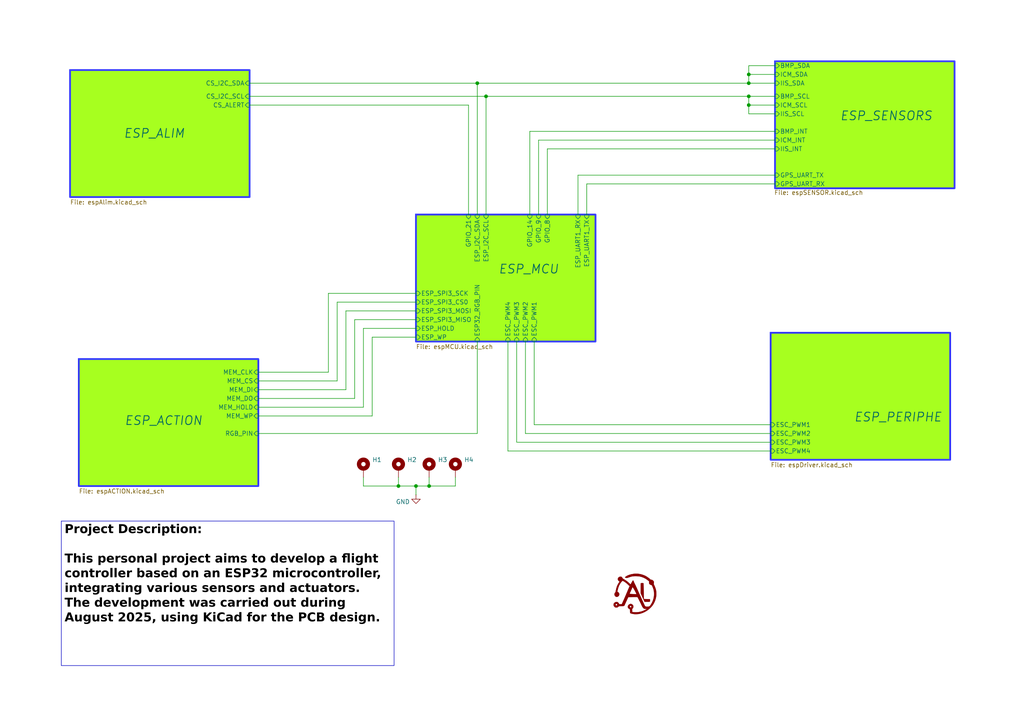
<source format=kicad_sch>
(kicad_sch
	(version 20250114)
	(generator "eeschema")
	(generator_version "9.0")
	(uuid "5dcde9ba-69bc-48ad-8419-ebeb6428a1ae")
	(paper "A4")
	(title_block
		(title "FC-GAOL")
		(date "2025-08-07")
		(rev "0.0.1")
		(company "Aliou LY")
	)
	(lib_symbols
		(symbol "Mechanical:MountingHole_Pad"
			(pin_numbers
				(hide yes)
			)
			(pin_names
				(offset 1.016)
				(hide yes)
			)
			(exclude_from_sim no)
			(in_bom no)
			(on_board yes)
			(property "Reference" "H"
				(at 0 6.35 0)
				(effects
					(font
						(size 1.27 1.27)
					)
				)
			)
			(property "Value" "MountingHole_Pad"
				(at 0 4.445 0)
				(effects
					(font
						(size 1.27 1.27)
					)
				)
			)
			(property "Footprint" ""
				(at 0 0 0)
				(effects
					(font
						(size 1.27 1.27)
					)
					(hide yes)
				)
			)
			(property "Datasheet" "~"
				(at 0 0 0)
				(effects
					(font
						(size 1.27 1.27)
					)
					(hide yes)
				)
			)
			(property "Description" "Mounting Hole with connection"
				(at 0 0 0)
				(effects
					(font
						(size 1.27 1.27)
					)
					(hide yes)
				)
			)
			(property "ki_keywords" "mounting hole"
				(at 0 0 0)
				(effects
					(font
						(size 1.27 1.27)
					)
					(hide yes)
				)
			)
			(property "ki_fp_filters" "MountingHole*Pad*"
				(at 0 0 0)
				(effects
					(font
						(size 1.27 1.27)
					)
					(hide yes)
				)
			)
			(symbol "MountingHole_Pad_0_1"
				(circle
					(center 0 1.27)
					(radius 1.27)
					(stroke
						(width 1.27)
						(type default)
					)
					(fill
						(type none)
					)
				)
			)
			(symbol "MountingHole_Pad_1_1"
				(pin input line
					(at 0 -2.54 90)
					(length 2.54)
					(name "1"
						(effects
							(font
								(size 1.27 1.27)
							)
						)
					)
					(number "1"
						(effects
							(font
								(size 1.27 1.27)
							)
						)
					)
				)
			)
			(embedded_fonts no)
		)
		(symbol "logo:LOGO"
			(pin_names
				(offset 1.016)
			)
			(exclude_from_sim no)
			(in_bom yes)
			(on_board yes)
			(property "Reference" "#G"
				(at 0 7.1827 0)
				(effects
					(font
						(size 1.27 1.27)
					)
					(hide yes)
				)
			)
			(property "Value" "LOGO"
				(at 0 -7.1827 0)
				(effects
					(font
						(size 1.27 1.27)
					)
					(hide yes)
				)
			)
			(property "Footprint" ""
				(at 0 0 0)
				(effects
					(font
						(size 1.27 1.27)
					)
					(hide yes)
				)
			)
			(property "Datasheet" ""
				(at 0 0 0)
				(effects
					(font
						(size 1.27 1.27)
					)
					(hide yes)
				)
			)
			(property "Description" ""
				(at 0 0 0)
				(effects
					(font
						(size 1.27 1.27)
					)
					(hide yes)
				)
			)
			(symbol "LOGO_0_0"
				(polyline
					(pts
						(xy 0.4541 -6.6591) (xy 0.6882 -6.6492) (xy 0.9072 -6.6342) (xy 1.0933 -6.6144) (xy 1.3294 -6.5748)
						(xy 1.748 -6.4696) (xy 2.1834 -6.3196) (xy 2.6263 -6.1287) (xy 3.0674 -5.9006) (xy 3.4973 -5.6391)
						(xy 3.7092 -5.4937) (xy 4.1527 -5.1476) (xy 4.5595 -4.7707) (xy 4.9221 -4.3702) (xy 5.233 -3.9536)
						(xy 5.351 -3.7649) (xy 5.4856 -3.5227) (xy 5.6161 -3.2622) (xy 5.7364 -2.9968) (xy 5.8404 -2.7401)
						(xy 5.9221 -2.5054) (xy 5.9755 -2.3063) (xy 5.9776 -2.2966) (xy 5.9993 -2.2194) (xy 6.0209 -2.1715)
						(xy 6.0304 -2.1536) (xy 6.0532 -2.077) (xy 6.0789 -1.9561) (xy 6.1058 -1.8012) (xy 6.1321 -1.6226)
						(xy 6.1561 -1.4307) (xy 6.1762 -1.2357) (xy 6.1886 -1.0345) (xy 6.1911 -0.7232) (xy 6.1777 -0.3888)
						(xy 6.1494 -0.0513) (xy 6.1069 0.2696) (xy 6.1059 0.2759) (xy 6.0737 0.4197) (xy 6.0203 0.6043)
						(xy 5.9502 0.8174) (xy 5.8678 1.0464) (xy 5.7776 1.279) (xy 5.684 1.5025) (xy 5.5916 1.7046) (xy 5.4124 2.0763)
						(xy 5.4649 2.2787) (xy 5.4904 2.4075) (xy 5.4919 2.6137) (xy 5.4378 2.7997) (xy 5.3271 2.9688)
						(xy 5.1585 3.1241) (xy 5.0648 3.1911) (xy 4.9887 3.2304) (xy 4.9079 3.249) (xy 4.797 3.2563) (xy 4.7506 3.258)
						(xy 4.6609 3.2663) (xy 4.5958 3.2875) (xy 4.5329 3.3316) (xy 4.4499 3.4081) (xy 4.204 3.6258)
						(xy 3.895 3.8651) (xy 3.5526 4.1002) (xy 3.19 4.3218) (xy 3.1459 4.3466) (xy 2.8688 4.4842) (xy 2.5519 4.616)
						(xy 2.2123 4.7363) (xy 1.867 4.8396) (xy 1.5333 4.92) (xy 1.2281 4.972) (xy 1.186 4.9772) (xy 0.576 5.0257)
						(xy -0.0116 5.0207) (xy -0.582 4.9617) (xy -1.1405 4.8481) (xy -1.6923 4.6794) (xy -1.8097 4.6369)
						(xy -1.9828 4.5702) (xy -2.1271 4.5066) (xy -2.2606 4.4371) (xy -2.4017 4.3527) (xy -2.5685 4.2443)
						(xy -2.6988 4.1546) (xy -2.791 4.0798) (xy -2.8352 4.022) (xy -2.8337 3.9749) (xy -2.789 3.9325)
						(xy -2.7032 3.8884) (xy -2.5216 3.8356) (xy -2.3127 3.8329) (xy -2.0967 3.8859) (xy -1.9896 3.9255)
						(xy -1.6212 4.0555) (xy -1.2918 4.16) (xy -0.9904 4.2409) (xy -0.7061 4.3003) (xy -0.4279 4.3401)
						(xy -0.1449 4.3625) (xy 0.1538 4.3694) (xy 0.4792 4.3629) (xy 0.6188 4.3566) (xy 1.0775 4.3161)
						(xy 1.5043 4.2444) (xy 1.9158 4.1381) (xy 2.329 3.9938) (xy 2.5542 3.9) (xy 2.8263 3.7694) (xy 3.0946 3.619)
						(xy 3.3699 3.4424) (xy 3.6627 3.2331) (xy 3.9837 2.9846) (xy 4.1185 2.877) (xy 4.1185 2.5646)
						(xy 4.1186 2.515) (xy 4.1204 2.3885) (xy 4.1272 2.3015) (xy 4.1422 2.2385) (xy 4.1685 2.184) (xy 4.2095 2.1225)
						(xy 4.2798 2.0346) (xy 4.4384 1.9034) (xy 4.625 1.825) (xy 4.6455 1.8196) (xy 4.744 1.7936) (xy 4.8224 1.7723)
						(xy 4.848 1.761) (xy 4.8977 1.7153) (xy 4.9561 1.6301) (xy 5.0296 1.4973) (xy 5.0333 1.4902) (xy 5.0909 1.3663)
						(xy 5.1594 1.2017) (xy 5.2332 1.0121) (xy 5.3063 0.813) (xy 5.3732 0.6199) (xy 5.428 0.4486) (xy 5.465 0.3146)
						(xy 5.4927 0.1807) (xy 5.5307 -0.0864) (xy 5.5564 -0.3864) (xy 5.5693 -0.7031) (xy 5.5687 -1.02)
						(xy 5.5543 -1.321) (xy 5.5254 -1.5897) (xy 5.4822 -1.8475) (xy 5.3473 -2.4092) (xy 5.1594 -2.9452)
						(xy 4.9168 -3.4603) (xy 4.6175 -3.9594) (xy 4.5062 -4.1228) (xy 4.403 -4.2586) (xy 4.3064 -4.3582)
						(xy 4.2052 -4.4271) (xy 4.0886 -4.4708) (xy 3.9452 -4.4951) (xy 3.7642 -4.5055) (xy 3.5344 -4.5076)
						(xy 3.3575 -4.5045) (xy 3.1985 -4.4891) (xy 3.0758 -4.4539) (xy 2.978 -4.3917) (xy 2.8942 -4.2951)
						(xy 2.8132 -4.1565) (xy 2.7238 -3.9687) (xy 2.6517 -3.8095) (xy 2.5298 -3.5411) (xy 2.4258 -3.3139)
						(xy 2.3359 -3.1189) (xy 2.2557 -2.9472) (xy 2.1813 -2.7899) (xy 2.1328 -2.687) (xy 2.0681 -2.5461)
						(xy 2.0131 -2.4222) (xy 1.9759 -2.3337) (xy 1.9755 -2.3328) (xy 1.9319 -2.2303) (xy 1.8733 -2.1025)
						(xy 1.8121 -1.9768) (xy 1.811 -1.9746) (xy 1.7502 -1.8496) (xy 1.6923 -1.7238) (xy 1.6498 -1.6243)
						(xy 1.6352 -1.5888) (xy 1.5884 -1.48) (xy 1.5293 -1.3478) (xy 1.4672 -1.213) (xy 1.4481 -1.1722)
						(xy 1.3748 -1.0124) (xy 1.3002 -0.8467) (xy 1.238 -0.705) (xy 1.2196 -0.6629) (xy 1.1715 -0.5566)
						(xy 1.1324 -0.4759) (xy 1.1093 -0.4354) (xy 1.0896 -0.3993) (xy 1.0522 -0.3187) (xy 1.0033 -0.2065)
						(xy 0.9481 -0.0748) (xy 0.8961 0.0497) (xy 0.8192 0.2297) (xy 0.7357 0.4216) (xy 0.6504 0.6143)
						(xy 0.5685 0.7964) (xy 0.4949 0.9569) (xy 0.4345 1.0846) (xy 0.3925 1.1682) (xy 0.3777 1.1971)
						(xy 0.3332 1.2908) (xy 0.2785 1.4123) (xy 0.2223 1.5426) (xy 0.1972 1.6008) (xy 0.1375 1.7322)
						(xy 0.081 1.8475) (xy 0.0373 1.9271) (xy 0.0253 1.9474) (xy -0.0231 2.039) (xy -0.0866 2.1685)
						(xy -0.1594 2.3227) (xy -0.2354 2.4887) (xy -0.3086 2.6535) (xy -0.3732 2.804) (xy -0.423 2.9274)
						(xy -0.4494 2.9922) (xy -0.4838 3.0646) (xy -0.5068 3.0987) (xy -0.5405 3.0896) (xy -0.5892 3.0468)
						(xy -0.6319 2.9897) (xy -0.6973 2.8893) (xy -0.7761 2.7605) (xy -0.8608 2.6162) (xy -0.944 2.4691)
						(xy -1.0181 2.3318) (xy -1.0757 2.2172) (xy -1.1141 2.1384) (xy -1.1749 2.0283) (xy -1.2228 1.9664)
						(xy -1.2615 1.947) (xy -1.2733 1.9531) (xy -1.3239 1.9922) (xy -1.4054 2.0615) (xy -1.5097 2.1539)
						(xy -1.6286 2.2624) (xy -1.9642 2.5624) (xy -2.2813 2.8222) (xy -2.5931 3.0515) (xy -2.9131 3.2604)
						(xy -3.2549 3.4586) (xy -3.3126 3.4905) (xy -3.4205 3.5528) (xy -3.4931 3.6032) (xy -3.5427 3.653)
						(xy -3.582 3.7138) (xy -3.6232 3.7969) (xy -3.6349 3.8208) (xy -3.7269 3.9677) (xy -3.8394 4.0745)
						(xy -3.8853 4.107) (xy -3.9446 4.1407) (xy -4.0057 4.1577) (xy -4.088 4.1621) (xy -4.2108 4.1585)
						(xy -4.332 4.151) (xy -4.431 4.1353) (xy -4.5126 4.1062) (xy -4.5992 4.058) (xy -4.7064 3.9794)
						(xy -4.8338 3.8348) (xy -4.9107 3.6718) (xy -4.9374 3.4984) (xy -4.9141 3.3224) (xy -4.8413 3.1517)
						(xy -4.7193 2.9942) (xy -4.5485 2.8578) (xy -4.5158 2.8354) (xy -4.4565 2.7821) (xy -4.433 2.7405)
						(xy -4.4389 2.7214) (xy -4.4737 2.6583) (xy -4.5329 2.5682) (xy -4.6085 2.4638) (xy -4.6611 2.3927)
						(xy -4.7445 2.2716) (xy -4.8226 2.1446) (xy -4.9007 2.0018) (xy -4.9842 1.8331) (xy -5.0785 1.6284)
						(xy -5.1888 1.3779) (xy -5.1932 1.3675) (xy -5.2341 1.255) (xy -5.2828 1.0991) (xy -5.3354 0.9135)
						(xy -5.3883 0.7118) (xy -5.4378 0.5076) (xy -5.48 0.3146) (xy -5.4881 0.2752) (xy -5.5179 0.1293)
						(xy -5.5462 -0.0085) (xy -5.5676 -0.1131) (xy -5.5862 -0.1966) (xy -5.6181 -0.2972) (xy -5.66 -0.37)
						(xy -5.7214 -0.4346) (xy -5.7285 -0.4412) (xy -5.8158 -0.5558) (xy -5.8835 -0.7053) (xy -5.9211 -0.8667)
						(xy -5.9209 -1.0137) (xy -5.8735 -1.1965) (xy -5.7802 -1.3633) (xy -5.649 -1.5039) (xy -5.4877 -1.6079)
						(xy -5.3044 -1.6654) (xy -5.2592 -1.6708) (xy -5.1847 -1.6669) (xy -5.1008 -1.6415) (xy -4.9869 -1.5895)
						(xy -4.9352 -1.5624) (xy -4.7655 -1.438) (xy -4.6463 -1.283) (xy -4.5759 -1.0945) (xy -4.5528 -0.8699)
						(xy -4.5714 -0.7203) (xy -4.634 -0.5766) (xy -4.7456 -0.439) (xy -4.9114 -0.2995) (xy -5.0945 -0.1647)
						(xy -5.078 0.0168) (xy -5.0749 0.0471) (xy -5.0474 0.2182) (xy -5.0022 0.4226) (xy -4.943 0.649)
						(xy -4.8733 0.8857) (xy -4.797 1.1212) (xy -4.7178 1.344) (xy -4.6392 1.5427) (xy -4.565 1.7057)
						(xy -4.499 1.8214) (xy -4.4965 1.8251) (xy -4.453 1.8947) (xy -4.3945 1.9953) (xy -4.3329 2.1062)
						(xy -4.3226 2.1251) (xy -4.0874 2.4939) (xy -3.8084 2.8231) (xy -3.7818 2.8502) (xy -3.693 2.9319)
						(xy -3.6151 2.9792) (xy -3.536 2.9921) (xy -3.4439 2.9709) (xy -3.3266 2.9154) (xy -3.172 2.8258)
						(xy -3.1552 2.8156) (xy -2.9621 2.695) (xy -2.7836 2.5742) (xy -2.6107 2.4461) (xy -2.4341 2.303)
						(xy -2.2447 2.1378) (xy -2.0334 1.943) (xy -1.791 1.7111) (xy -1.5003 1.4296) (xy -1.5865 1.2615)
						(xy -1.5922 1.2502) (xy -1.648 1.1332) (xy -1.7109 0.9916) (xy -1.7683 0.8537) (xy -1.7849 0.8125)
						(xy -1.83 0.7052) (xy -1.867 0.6236) (xy -1.889 0.5827) (xy -1.8903 0.581) (xy -1.9123 0.5368)
						(xy -1.9499 0.4496) (xy -1.9982 0.3312) (xy -2.0524 0.1933) (xy -2.109 0.049) (xy -2.1705 -0.1032)
						(xy -2.2256 -0.2353) (xy -2.2671 -0.3294) (xy -2.2825 -0.363) (xy -2.3355 -0.4818) (xy -2.3972 -0.6233)
						(xy -2.4571 -0.7637) (xy -2.4648 -0.782) (xy -1.5603 -0.782) (xy -1.542 -0.7009) (xy -1.4919 -0.5731)
						(xy -1.4104 -0.4004) (xy -1.3732 -0.3242) (xy -1.2973 -0.1626) (xy -1.226 -0.0032) (xy -1.1707 0.1285)
						(xy -1.1673 0.1369) (xy -1.1095 0.2759) (xy -1.0468 0.4177) (xy -0.9922 0.5329) (xy -0.951 0.6201)
						(xy -0.8896 0.7636) (xy -0.8379 0.8986) (xy -0.8115 0.972) (xy -0.7658 1.0816) (xy -0.7252 1.1394)
						(xy -0.682 1.1492) (xy -0.6284 1.1148) (xy -0.5569 1.0402) (xy -0.5407 1.0209) (xy -0.4768 0.9326)
						(xy -0.3963 0.808) (xy -0.303 0.6544) (xy -0.2009 0.4791) (xy -0.0939 0.2894) (xy 0.014 0.0928)
						(xy 0.119 -0.1036) (xy 0.217 -0.2924) (xy 0.3042 -0.4662) (xy 0.3767 -0.6178) (xy 0.4304 -0.7398)
						(xy 0.4615 -0.8248) (xy 0.4661 -0.8656) (xy 0.4651 -0.867) (xy 0.4204 -0.8833) (xy 0.3246 -0.8924)
						(xy 0.1854 -0.8936) (xy 0.1832 -0.8936) (xy 0.0928 -0.891) (xy -0.0377 -0.8863) (xy -0.1992 -0.8799)
						(xy -0.3827 -0.8721) (xy -0.5791 -0.8634) (xy -0.7792 -0.8543) (xy -0.974 -0.845) (xy -1.1544 -0.8362)
						(xy -1.3113 -0.8282) (xy -1.4356 -0.8213) (xy -1.5182 -0.8161) (xy -1.5501 -0.813) (xy -1.5603 -0.782)
						(xy -2.4648 -0.782) (xy -2.486 -0.8322) (xy -2.6008 -1.1041) (xy -2.6987 -1.3347) (xy -2.7848 -1.5357)
						(xy -2.8639 -1.7186) (xy -2.9411 -1.8949) (xy -3.0212 -2.0761) (xy -3.0541 -2.1504) (xy -3.1138 -2.2868)
						(xy -3.1616 -2.3983) (xy -3.1934 -2.4749) (xy -3.205 -2.5069) (xy -3.2068 -2.5136) (xy -3.2281 -2.5628)
						(xy -3.2682 -2.6468) (xy -3.3208 -2.7521) (xy -3.337 -2.7845) (xy -3.3918 -2.8977) (xy -3.4353 -2.9939)
						(xy -3.4591 -3.0551) (xy -3.4654 -3.0733) (xy -3.4964 -3.1501) (xy -3.5432 -3.2568) (xy -3.5983 -3.376)
						(xy -3.62 -3.4222) (xy -3.6741 -3.5392) (xy -3.718 -3.6371) (xy -3.7439 -3.6985) (xy -3.7692 -3.7443)
						(xy -3.8265 -3.7899) (xy -3.9177 -3.8176) (xy -4.0512 -3.8299) (xy -4.2351 -3.8288) (xy -4.306 -3.8261)
						(xy -4.4228 -3.8188) (xy -4.4969 -3.8075) (xy -4.5402 -3.7898) (xy -4.5646 -3.7635) (xy -4.6378 -3.646)
						(xy -4.7535 -3.4781) (xy -4.8612 -3.3436) (xy -4.9525 -3.253) (xy -4.9598 -3.2471) (xy -5.0251 -3.2)
						(xy -5.0864 -3.1739) (xy -5.1649 -3.1628) (xy -5.282 -3.1609) (xy -5.3196 -3.1612) (xy -5.4824 -3.1674)
						(xy -5.6042 -3.1858) (xy -5.701 -3.2215) (xy -5.7883 -3.2802) (xy -5.8819 -3.3671) (xy -5.9169 -3.4024)
						(xy -6.0221 -3.5112) (xy -6.0932 -3.5946) (xy -6.137 -3.6658) (xy -6.1599 -3.738) (xy -6.1688 -3.8244)
						(xy -6.1703 -3.9383) (xy -6.1703 -3.9816) (xy -5.631 -3.9816) (xy -5.6223 -3.869) (xy -5.5691 -3.7631)
						(xy -5.5348 -3.7258) (xy -5.4722 -3.6927) (xy -5.3777 -3.6841) (xy -5.3282 -3.6863) (xy -5.2125 -3.7193)
						(xy -5.1382 -3.7942) (xy -5.1014 -3.9143) (xy -5.0957 -3.9912) (xy -5.112 -4.0551) (xy -5.1619 -4.1162)
						(xy -5.2066 -4.1516) (xy -5.3192 -4.1916) (xy -5.4411 -4.1851) (xy -5.5522 -4.1313) (xy -5.5962 -4.0823)
						(xy -5.631 -3.9816) (xy -6.1703 -3.9816) (xy -6.1703 -4.1844) (xy -6.0233 -4.3786) (xy -5.9908 -4.4213)
						(xy -5.8836 -4.5539) (xy -5.7913 -4.6452) (xy -5.6998 -4.702) (xy -5.5946 -4.7313) (xy -5.4617 -4.7398)
						(xy -5.2867 -4.7346) (xy -5.2383 -4.7316) (xy -5.1156 -4.7127) (xy -5.0118 -4.6722) (xy -4.9087 -4.6014)
						(xy -4.7881 -4.4914) (xy -4.7827 -4.4862) (xy -4.7061 -4.4135) (xy -4.6467 -4.3613) (xy -4.6172 -4.3405)
						(xy -4.6059 -4.3401) (xy -4.5434 -4.3387) (xy -4.4343 -4.3369) (xy -4.2873 -4.3349) (xy -4.1113 -4.3326)
						(xy -3.9148 -4.3303) (xy -3.8764 -4.3299) (xy -3.6465 -4.3269) (xy -3.4675 -4.3217) (xy -3.3312 -4.3113)
						(xy -3.2299 -4.2924) (xy -3.1556 -4.2622) (xy -3.1003 -4.2175) (xy -3.0561 -4.1552) (xy -3.015 -4.0724)
						(xy -2.9692 -3.9659) (xy -2.9403 -3.8995) (xy -2.8833 -3.7721) (xy -2.8093 -3.609) (xy -2.723 -3.4206)
						(xy -2.6293 -3.2175) (xy -2.533 -3.0102) (xy -2.4549 -2.8427) (xy -2.3641 -2.6472) (xy -2.2814 -2.4685)
						(xy -2.211 -2.3159) (xy -2.1573 -2.1988) (xy -2.1247 -2.1266) (xy -2.0941 -2.059) (xy -2.0381 -1.9399)
						(xy -1.9895 -1.8421) (xy -1.9272 -1.7222) (xy -0.6117 -1.7045) (xy -0.4254 -1.7022) (xy -0.1599 -1.6999)
						(xy 0.0839 -1.6989) (xy 0.2996 -1.6992) (xy 0.4809 -1.7006) (xy 0.6213 -1.7033) (xy 0.7146 -1.7071)
						(xy 0.7544 -1.712) (xy 0.7624 -1.7215) (xy 0.7958 -1.7768) (xy 0.85 -1.8746) (xy 0.9214 -2.0076)
						(xy 1.006 -2.1685) (xy 1.1003 -2.35) (xy 1.2005 -2.5446) (xy 1.3029 -2.7453) (xy 1.4037 -2.9445)
						(xy 1.4993 -3.135) (xy 1.5858 -3.3095) (xy 1.6596 -3.4606) (xy 1.7169 -3.581) (xy 1.754 -3.6635)
						(xy 1.7672 -3.7006) (xy 1.7789 -3.7291) (xy 1.8132 -3.803) (xy 1.8659 -3.9134) (xy 1.9328 -4.0517)
						(xy 2.0099 -4.209) (xy 2.0667 -4.3228) (xy 2.1805 -4.5366) (xy 2.2832 -4.7051) (xy 2.381 -4.8359)
						(xy 2.4798 -4.9367) (xy 2.586 -5.0149) (xy 2.7055 -5.0785) (xy 2.7533 -5.0997) (xy 2.8363 -5.1302)
						(xy 2.917 -5.1463) (xy 3.0161 -5.151) (xy 3.1543 -5.1476) (xy 3.2378 -5.1447) (xy 3.3386 -5.144)
						(xy 3.398 -5.1501) (xy 3.4275 -5.1647) (xy 3.4388 -5.1894) (xy 3.4234 -5.2151) (xy 3.3608 -5.2631)
						(xy 3.2579 -5.3262) (xy 3.1228 -5.4005) (xy 2.9639 -5.4819) (xy 2.7892 -5.5663) (xy 2.607 -5.6496)
						(xy 2.4256 -5.7278) (xy 2.253 -5.7969) (xy 2.0975 -5.8528) (xy 1.8195 -5.9371) (xy 1.3109 -6.0539)
						(xy 0.7928 -6.1282) (xy 0.2802 -6.1579) (xy -0.212 -6.1412) (xy -0.4116 -6.1234) (xy -0.5635 -6.1073)
						(xy -0.6704 -6.0921) (xy -0.7395 -6.0765) (xy -0.7782 -6.0591) (xy -0.7941 -6.0387) (xy -0.7953 -6.0322)
						(xy -0.8003 -5.9759) (xy -0.8061 -5.8751) (xy -0.8122 -5.7419) (xy -0.8179 -5.588) (xy -0.8315 -5.1706)
						(xy -0.687 -5.0178) (xy -0.6307 -4.9562) (xy -0.5519 -4.8523) (xy -0.5051 -4.7503) (xy -0.4824 -4.6298)
						(xy -0.4759 -4.4704) (xy -0.4776 -4.3582) (xy -0.488 -4.2702) (xy -0.5125 -4.2016) (xy -0.5558 -4.131)
						(xy -0.6645 -3.9931) (xy -0.8317 -3.8429) (xy -1.0089 -3.7492) (xy -1.1924 -3.7126) (xy -1.3786 -3.7337)
						(xy -1.5638 -3.813) (xy -1.7443 -3.951) (xy -1.8307 -4.0359) (xy -1.9196 -4.1386) (xy -1.9758 -4.2345)
						(xy -2.0085 -4.3407) (xy -2.0269 -4.474) (xy -2.0294 -4.5037) (xy -2.0294 -4.5065) (xy -1.4995 -4.5065)
						(xy -1.4878 -4.4) (xy -1.4377 -4.3131) (xy -1.3585 -4.2666) (xy -1.2494 -4.2505) (xy -1.1396 -4.2694)
						(xy -1.0536 -4.3226) (xy -1.0301 -4.3559) (xy -0.9987 -4.4444) (xy -0.9867 -4.5459) (xy -0.9957 -4.6378)
						(xy -1.0274 -4.6976) (xy -1.089 -4.7261) (xy -1.1865 -4.7448) (xy -1.289 -4.7483) (xy -1.3684 -4.7336)
						(xy -1.4209 -4.698) (xy -1.476 -4.6125) (xy -1.4995 -4.5065) (xy -2.0294 -4.5065) (xy -2.0268 -4.6714)
						(xy -1.9887 -4.8113) (xy -1.9092 -4.9328) (xy -1.7824 -5.0453) (xy -1.6025 -5.1585) (xy -1.4228 -5.259)
						(xy -1.4053 -5.767) (xy -1.4003 -5.8944) (xy -1.3922 -6.0528) (xy -1.3834 -6.1843) (xy -1.3746 -6.2779)
						(xy -1.3665 -6.3226) (xy -1.3615 -6.3312) (xy -1.3125 -6.3767) (xy -1.2379 -6.4213) (xy -1.1698 -6.4475)
						(xy -1.0431 -6.4851) (xy -0.8831 -6.5253) (xy -0.7039 -6.5651) (xy -0.5199 -6.6012) (xy -0.3454 -6.6305)
						(xy -0.1947 -6.65) (xy -0.1627 -6.6528) (xy 0.0109 -6.6614) (xy 0.2224 -6.6633) (xy 0.4541 -6.6591)
					)
					(stroke
						(width 0.01)
						(type default)
					)
					(fill
						(type outline)
					)
				)
				(polyline
					(pts
						(xy 3.922 -3.0846) (xy 4.0819 -3.0799) (xy 4.1992 -3.0679) (xy 4.2803 -3.0453) (xy 4.3316 -3.0087)
						(xy 4.3595 -2.9549) (xy 4.3703 -2.8806) (xy 4.3706 -2.7824) (xy 4.3667 -2.6572) (xy 4.3581 -2.3512)
						(xy 3.5195 -2.3279) (xy 3.4977 -2.3273) (xy 3.2778 -2.3207) (xy 3.0759 -2.3138) (xy 2.9004 -2.307)
						(xy 2.7597 -2.3006) (xy 2.6622 -2.295) (xy 2.6161 -2.2906) (xy 2.5514 -2.2766) (xy 2.5339 -0.7264)
						(xy 2.5303 -0.4263) (xy 2.526 -0.0897) (xy 2.5213 0.2451) (xy 2.5164 0.5683) (xy 2.5116 0.8702)
						(xy 2.5069 1.1412) (xy 2.5024 1.3717) (xy 2.4984 1.5519) (xy 2.4805 2.2801) (xy 2.4065 2.3082)
						(xy 2.3765 2.3167) (xy 2.283 2.3295) (xy 2.1625 2.3357) (xy 2.0324 2.3354) (xy 1.91 2.3291) (xy 1.8127 2.3168)
						(xy 1.7576 2.2989) (xy 1.7575 2.2988) (xy 1.7458 2.2863) (xy 1.736 2.2643) (xy 1.728 2.2276) (xy 1.7215 2.1713)
						(xy 1.7163 2.0903) (xy 1.7124 1.9796) (xy 1.7094 1.8342) (xy 1.7073 1.649) (xy 1.7058 1.4191)
						(xy 1.7048 1.1392) (xy 1.704 0.8045) (xy 1.7014 -0.6524) (xy 1.8275 -0.9327) (xy 1.8284 -0.9347)
						(xy 1.8911 -1.0743) (xy 1.9683 -1.2466) (xy 2.0503 -1.4299) (xy 2.1273 -1.6024) (xy 2.2093 -1.7842)
						(xy 2.3062 -1.9953) (xy 2.4051 -2.208) (xy 2.4941 -2.3962) (xy 2.5232 -2.4576) (xy 2.5906 -2.6017)
						(xy 2.6476 -2.7272) (xy 2.6891 -2.8224) (xy 2.7096 -2.8754) (xy 2.7315 -2.9337) (xy 2.7744 -3.0177)
						(xy 2.7804 -3.027) (xy 2.7961 -3.046) (xy 2.8193 -3.0603) (xy 2.8574 -3.0707) (xy 2.9181 -3.0776)
						(xy 3.0087 -3.0819) (xy 3.1367 -3.0841) (xy 3.3097 -3.0849) (xy 3.5351 -3.0851) (xy 3.713 -3.0853)
						(xy 3.922 -3.0846)
					)
					(stroke
						(width 0.01)
						(type default)
					)
					(fill
						(type outline)
					)
				)
			)
			(embedded_fonts no)
		)
		(symbol "power:GND"
			(power)
			(pin_numbers
				(hide yes)
			)
			(pin_names
				(offset 0)
				(hide yes)
			)
			(exclude_from_sim no)
			(in_bom yes)
			(on_board yes)
			(property "Reference" "#PWR"
				(at 0 -6.35 0)
				(effects
					(font
						(size 1.27 1.27)
					)
					(hide yes)
				)
			)
			(property "Value" "GND"
				(at 0 -3.81 0)
				(effects
					(font
						(size 1.27 1.27)
					)
				)
			)
			(property "Footprint" ""
				(at 0 0 0)
				(effects
					(font
						(size 1.27 1.27)
					)
					(hide yes)
				)
			)
			(property "Datasheet" ""
				(at 0 0 0)
				(effects
					(font
						(size 1.27 1.27)
					)
					(hide yes)
				)
			)
			(property "Description" "Power symbol creates a global label with name \"GND\" , ground"
				(at 0 0 0)
				(effects
					(font
						(size 1.27 1.27)
					)
					(hide yes)
				)
			)
			(property "ki_keywords" "global power"
				(at 0 0 0)
				(effects
					(font
						(size 1.27 1.27)
					)
					(hide yes)
				)
			)
			(symbol "GND_0_1"
				(polyline
					(pts
						(xy 0 0) (xy 0 -1.27) (xy 1.27 -1.27) (xy 0 -2.54) (xy -1.27 -1.27) (xy 0 -1.27)
					)
					(stroke
						(width 0)
						(type default)
					)
					(fill
						(type none)
					)
				)
			)
			(symbol "GND_1_1"
				(pin power_in line
					(at 0 0 270)
					(length 0)
					(name "~"
						(effects
							(font
								(size 1.27 1.27)
							)
						)
					)
					(number "1"
						(effects
							(font
								(size 1.27 1.27)
							)
						)
					)
				)
			)
			(embedded_fonts no)
		)
	)
	(text_box "Project Description:\n\nThis personal project aims to develop a flight controller based on an ESP32 microcontroller, integrating various sensors and actuators.\nThe development was carried out during August 2025, using KiCad for the PCB design."
		(exclude_from_sim no)
		(at 17.78 151.13 0)
		(size 96.52 41.91)
		(margins 0.9525 0.9525 0.9525 0.9525)
		(stroke
			(width 0)
			(type solid)
		)
		(fill
			(type none)
		)
		(effects
			(font
				(face "Calibri")
				(size 2.54 2.54)
				(thickness 0.254)
				(bold yes)
				(italic yes)
				(color 0 0 0 1)
			)
			(justify left top)
		)
		(uuid "0e51a8e3-0a01-4695-ae96-811b7bae7f94")
	)
	(junction
		(at 217.17 27.94)
		(diameter 0)
		(color 0 0 0 0)
		(uuid "0b75b31d-e08b-48dc-aa60-bdc955383a42")
	)
	(junction
		(at 217.17 21.59)
		(diameter 0)
		(color 0 0 0 0)
		(uuid "2b22a4b3-cc44-4dc7-9ade-397ab93d2147")
	)
	(junction
		(at 138.43 24.13)
		(diameter 0)
		(color 0 0 0 0)
		(uuid "491a96f9-5732-427b-8612-f9c176fb5a5a")
	)
	(junction
		(at 124.46 140.97)
		(diameter 0)
		(color 0 0 0 0)
		(uuid "4c53dabe-a841-45b4-b240-fe6025a9027a")
	)
	(junction
		(at 140.97 27.94)
		(diameter 0)
		(color 0 0 0 0)
		(uuid "4ec4c282-93ea-4bf2-9ba1-2dff5cd2835f")
	)
	(junction
		(at 217.17 30.48)
		(diameter 0)
		(color 0 0 0 0)
		(uuid "850d60fd-7847-41e0-bcf9-561324c5089b")
	)
	(junction
		(at 217.17 24.13)
		(diameter 0)
		(color 0 0 0 0)
		(uuid "b5dbaf6b-08e6-4cdf-871c-ff51cabcd4eb")
	)
	(junction
		(at 120.65 140.97)
		(diameter 0)
		(color 0 0 0 0)
		(uuid "ebd160e0-cb36-4fe5-82e9-35de419f4352")
	)
	(junction
		(at 115.57 140.97)
		(diameter 0)
		(color 0 0 0 0)
		(uuid "fbb31e8a-b055-4f6c-b243-bff0752a6dc3")
	)
	(wire
		(pts
			(xy 120.65 85.09) (xy 95.25 85.09)
		)
		(stroke
			(width 0)
			(type default)
		)
		(uuid "04c9e0e0-e125-4b4d-803e-24cc4384c985")
	)
	(wire
		(pts
			(xy 95.25 85.09) (xy 95.25 107.95)
		)
		(stroke
			(width 0)
			(type default)
		)
		(uuid "056690d9-606a-45a9-96d8-71433031a29b")
	)
	(wire
		(pts
			(xy 224.79 27.94) (xy 217.17 27.94)
		)
		(stroke
			(width 0)
			(type default)
		)
		(uuid "068f77c2-0146-4a01-b5da-8e3748a20428")
	)
	(wire
		(pts
			(xy 105.41 95.25) (xy 105.41 118.11)
		)
		(stroke
			(width 0)
			(type default)
		)
		(uuid "077aed11-f05c-4b79-9c23-4008c8ea5ea0")
	)
	(wire
		(pts
			(xy 217.17 33.02) (xy 217.17 30.48)
		)
		(stroke
			(width 0)
			(type default)
		)
		(uuid "13600b3a-f2a1-484e-966e-cdd98d766d75")
	)
	(wire
		(pts
			(xy 167.64 62.23) (xy 167.64 50.8)
		)
		(stroke
			(width 0)
			(type default)
		)
		(uuid "15577a7e-5b28-42d5-b241-fe84b53b8cc5")
	)
	(wire
		(pts
			(xy 124.46 140.97) (xy 132.08 140.97)
		)
		(stroke
			(width 0)
			(type default)
		)
		(uuid "16084cdf-bff2-4568-81b4-bd6943f3bb01")
	)
	(wire
		(pts
			(xy 105.41 118.11) (xy 74.93 118.11)
		)
		(stroke
			(width 0)
			(type default)
		)
		(uuid "17d75d64-cfad-4bcc-a6d0-434a773c392f")
	)
	(wire
		(pts
			(xy 100.33 90.17) (xy 100.33 113.03)
		)
		(stroke
			(width 0)
			(type default)
		)
		(uuid "186ebf39-956c-4cbf-b19d-9b0e777966aa")
	)
	(wire
		(pts
			(xy 170.18 53.34) (xy 170.18 62.23)
		)
		(stroke
			(width 0)
			(type default)
		)
		(uuid "1965f964-ed30-4156-86ce-64e2cdb5232f")
	)
	(wire
		(pts
			(xy 102.87 92.71) (xy 120.65 92.71)
		)
		(stroke
			(width 0)
			(type default)
		)
		(uuid "1c6a91a5-fceb-4e5c-ae07-26c37828c8e5")
	)
	(wire
		(pts
			(xy 217.17 21.59) (xy 217.17 19.05)
		)
		(stroke
			(width 0)
			(type default)
		)
		(uuid "2140e2a5-e853-4c6c-ae94-56199394bd09")
	)
	(wire
		(pts
			(xy 74.93 115.57) (xy 102.87 115.57)
		)
		(stroke
			(width 0)
			(type default)
		)
		(uuid "26035a47-f641-4b5d-99f0-6e170cd9ed5b")
	)
	(wire
		(pts
			(xy 72.39 27.94) (xy 140.97 27.94)
		)
		(stroke
			(width 0)
			(type default)
		)
		(uuid "2cb4ec7e-808c-447d-93e2-8d22a5543f20")
	)
	(wire
		(pts
			(xy 138.43 99.06) (xy 138.43 125.73)
		)
		(stroke
			(width 0)
			(type default)
		)
		(uuid "34b778d7-d32b-46c7-aed0-6a4cf3b59026")
	)
	(wire
		(pts
			(xy 152.4 125.73) (xy 152.4 99.06)
		)
		(stroke
			(width 0)
			(type default)
		)
		(uuid "39191b0a-a099-42b9-8803-314bacf8140b")
	)
	(wire
		(pts
			(xy 224.79 24.13) (xy 217.17 24.13)
		)
		(stroke
			(width 0)
			(type default)
		)
		(uuid "3972b7e1-29f7-4c96-93ed-f288b7d5e712")
	)
	(wire
		(pts
			(xy 102.87 115.57) (xy 102.87 92.71)
		)
		(stroke
			(width 0)
			(type default)
		)
		(uuid "3c5301c8-4e1c-4c33-8b39-49dd2810c92e")
	)
	(wire
		(pts
			(xy 149.86 99.06) (xy 149.86 128.27)
		)
		(stroke
			(width 0)
			(type default)
		)
		(uuid "3d333755-19cf-4eb8-907a-98f08dabefaf")
	)
	(wire
		(pts
			(xy 217.17 21.59) (xy 224.79 21.59)
		)
		(stroke
			(width 0)
			(type default)
		)
		(uuid "4063af47-4c65-4582-a6e2-5bea4ef77b4c")
	)
	(wire
		(pts
			(xy 149.86 128.27) (xy 223.52 128.27)
		)
		(stroke
			(width 0)
			(type default)
		)
		(uuid "42436a45-2fbd-487c-b30e-47573ae8b4f0")
	)
	(wire
		(pts
			(xy 100.33 113.03) (xy 74.93 113.03)
		)
		(stroke
			(width 0)
			(type default)
		)
		(uuid "42e97bd9-700d-4896-8116-dd87a55c5801")
	)
	(wire
		(pts
			(xy 135.89 30.48) (xy 72.39 30.48)
		)
		(stroke
			(width 0)
			(type default)
		)
		(uuid "50f539f4-8d4a-492b-bc20-bd7c7963f7cf")
	)
	(wire
		(pts
			(xy 107.95 120.65) (xy 107.95 97.79)
		)
		(stroke
			(width 0)
			(type default)
		)
		(uuid "54373612-08df-4d1c-a41d-5257b37081f7")
	)
	(wire
		(pts
			(xy 115.57 140.97) (xy 120.65 140.97)
		)
		(stroke
			(width 0)
			(type default)
		)
		(uuid "581e21d8-b1a5-4189-b355-3091be609a45")
	)
	(wire
		(pts
			(xy 132.08 140.97) (xy 132.08 138.43)
		)
		(stroke
			(width 0)
			(type default)
		)
		(uuid "5b2ed974-6654-4b57-8fc0-fecbf12f9966")
	)
	(wire
		(pts
			(xy 223.52 125.73) (xy 152.4 125.73)
		)
		(stroke
			(width 0)
			(type default)
		)
		(uuid "5ca6576d-a201-4516-8614-eab28cadf0d4")
	)
	(wire
		(pts
			(xy 156.21 40.64) (xy 224.79 40.64)
		)
		(stroke
			(width 0)
			(type default)
		)
		(uuid "5e5ac282-1f9d-4ede-a3f0-59faf3e6a8e0")
	)
	(wire
		(pts
			(xy 140.97 27.94) (xy 140.97 62.23)
		)
		(stroke
			(width 0)
			(type default)
		)
		(uuid "6218b69a-1342-4f4d-b520-7178b1a3df9c")
	)
	(wire
		(pts
			(xy 138.43 125.73) (xy 74.93 125.73)
		)
		(stroke
			(width 0)
			(type default)
		)
		(uuid "66a6cc1c-330b-4e21-b21a-77fb6fd10a5f")
	)
	(wire
		(pts
			(xy 74.93 120.65) (xy 107.95 120.65)
		)
		(stroke
			(width 0)
			(type default)
		)
		(uuid "730e47cd-7773-41b2-b29f-0cdefca73a6f")
	)
	(wire
		(pts
			(xy 120.65 95.25) (xy 105.41 95.25)
		)
		(stroke
			(width 0)
			(type default)
		)
		(uuid "74d26d3d-968a-4de1-a780-c7cfa9553c7d")
	)
	(wire
		(pts
			(xy 74.93 110.49) (xy 97.79 110.49)
		)
		(stroke
			(width 0)
			(type default)
		)
		(uuid "7beb5f2e-662f-4774-aa65-47aa11f9f7af")
	)
	(wire
		(pts
			(xy 224.79 53.34) (xy 170.18 53.34)
		)
		(stroke
			(width 0)
			(type default)
		)
		(uuid "81e50c85-d39c-43ce-aa0a-b41ac12c9e29")
	)
	(wire
		(pts
			(xy 115.57 138.43) (xy 115.57 140.97)
		)
		(stroke
			(width 0)
			(type default)
		)
		(uuid "8dd00b98-6c93-4638-b2b0-bdca105cda75")
	)
	(wire
		(pts
			(xy 154.94 123.19) (xy 223.52 123.19)
		)
		(stroke
			(width 0)
			(type default)
		)
		(uuid "91dcd38e-db88-4ad3-91c0-aa298cd3308c")
	)
	(wire
		(pts
			(xy 158.75 43.18) (xy 158.75 62.23)
		)
		(stroke
			(width 0)
			(type default)
		)
		(uuid "98319f37-6d89-4605-a96b-a1e1c133f9a8")
	)
	(wire
		(pts
			(xy 217.17 19.05) (xy 224.79 19.05)
		)
		(stroke
			(width 0)
			(type default)
		)
		(uuid "9bafabdd-2949-4bf6-9dd8-553ccfa29469")
	)
	(wire
		(pts
			(xy 107.95 97.79) (xy 120.65 97.79)
		)
		(stroke
			(width 0)
			(type default)
		)
		(uuid "a2a152a2-7018-43d4-b835-6c16377dad9f")
	)
	(wire
		(pts
			(xy 156.21 62.23) (xy 156.21 40.64)
		)
		(stroke
			(width 0)
			(type default)
		)
		(uuid "a45845d3-4f60-47e9-9e98-74f90b6745e6")
	)
	(wire
		(pts
			(xy 217.17 30.48) (xy 224.79 30.48)
		)
		(stroke
			(width 0)
			(type default)
		)
		(uuid "a47a1c10-193d-46b3-81a6-16eb29be4977")
	)
	(wire
		(pts
			(xy 95.25 107.95) (xy 74.93 107.95)
		)
		(stroke
			(width 0)
			(type default)
		)
		(uuid "a5675af9-754c-4673-ae62-42c081353027")
	)
	(wire
		(pts
			(xy 154.94 99.06) (xy 154.94 123.19)
		)
		(stroke
			(width 0)
			(type default)
		)
		(uuid "a912cb9d-69cc-4cd0-9205-6da2ad2b4f78")
	)
	(wire
		(pts
			(xy 217.17 27.94) (xy 217.17 30.48)
		)
		(stroke
			(width 0)
			(type default)
		)
		(uuid "aca9edcd-54a6-431e-812f-f4d4aa518af8")
	)
	(wire
		(pts
			(xy 153.67 38.1) (xy 153.67 62.23)
		)
		(stroke
			(width 0)
			(type default)
		)
		(uuid "ae374960-e93c-47e3-a865-d254bd946ed8")
	)
	(wire
		(pts
			(xy 124.46 138.43) (xy 124.46 140.97)
		)
		(stroke
			(width 0)
			(type default)
		)
		(uuid "b324f8f1-6cc5-434b-83c9-83d594cf16cd")
	)
	(wire
		(pts
			(xy 120.65 140.97) (xy 120.65 143.51)
		)
		(stroke
			(width 0)
			(type default)
		)
		(uuid "b4755a50-cd59-42c4-9133-1ac1e9f3d450")
	)
	(wire
		(pts
			(xy 138.43 24.13) (xy 217.17 24.13)
		)
		(stroke
			(width 0)
			(type default)
		)
		(uuid "b8f85e76-b923-4f71-b92f-1f9c7c8a47ea")
	)
	(wire
		(pts
			(xy 153.67 38.1) (xy 224.79 38.1)
		)
		(stroke
			(width 0)
			(type default)
		)
		(uuid "bc2c3b38-8fb9-4f66-9703-cf093927a33b")
	)
	(wire
		(pts
			(xy 72.39 24.13) (xy 138.43 24.13)
		)
		(stroke
			(width 0)
			(type default)
		)
		(uuid "be0dc28a-ba47-49af-8b91-f5b446b84cff")
	)
	(wire
		(pts
			(xy 147.32 130.81) (xy 147.32 99.06)
		)
		(stroke
			(width 0)
			(type default)
		)
		(uuid "c06045a3-b7ce-479e-b6a1-0f2ab295ffac")
	)
	(wire
		(pts
			(xy 135.89 62.23) (xy 135.89 30.48)
		)
		(stroke
			(width 0)
			(type default)
		)
		(uuid "ca6eda99-c85c-41f8-b6fd-cb491acee396")
	)
	(wire
		(pts
			(xy 224.79 43.18) (xy 158.75 43.18)
		)
		(stroke
			(width 0)
			(type default)
		)
		(uuid "d0c81eac-0dbd-4494-9748-e9374cfc12ff")
	)
	(wire
		(pts
			(xy 167.64 50.8) (xy 224.79 50.8)
		)
		(stroke
			(width 0)
			(type default)
		)
		(uuid "d30dc514-548e-4fb3-8831-289b37fb5724")
	)
	(wire
		(pts
			(xy 140.97 27.94) (xy 217.17 27.94)
		)
		(stroke
			(width 0)
			(type default)
		)
		(uuid "d36c2012-be3f-481a-99e9-33f50de68d6d")
	)
	(wire
		(pts
			(xy 105.41 140.97) (xy 115.57 140.97)
		)
		(stroke
			(width 0)
			(type default)
		)
		(uuid "d49f9e00-6655-42e2-836a-7e11f77d518a")
	)
	(wire
		(pts
			(xy 120.65 90.17) (xy 100.33 90.17)
		)
		(stroke
			(width 0)
			(type default)
		)
		(uuid "d65743fe-4739-4435-bee5-35181e34d149")
	)
	(wire
		(pts
			(xy 97.79 110.49) (xy 97.79 87.63)
		)
		(stroke
			(width 0)
			(type default)
		)
		(uuid "d8f3a49c-e5d8-4445-8673-80d6c7beb4e8")
	)
	(wire
		(pts
			(xy 105.41 138.43) (xy 105.41 140.97)
		)
		(stroke
			(width 0)
			(type default)
		)
		(uuid "dc21d4b4-2318-4a83-8366-179f9eeab8e7")
	)
	(wire
		(pts
			(xy 224.79 33.02) (xy 217.17 33.02)
		)
		(stroke
			(width 0)
			(type default)
		)
		(uuid "ede4e2f2-83d9-4575-a663-4b589578a80d")
	)
	(wire
		(pts
			(xy 138.43 62.23) (xy 138.43 24.13)
		)
		(stroke
			(width 0)
			(type default)
		)
		(uuid "ee9407ca-3544-43c0-afc9-72de2293bf5b")
	)
	(wire
		(pts
			(xy 223.52 130.81) (xy 147.32 130.81)
		)
		(stroke
			(width 0)
			(type default)
		)
		(uuid "f0ebf25b-aab4-4c9f-b886-35a424533362")
	)
	(wire
		(pts
			(xy 217.17 24.13) (xy 217.17 21.59)
		)
		(stroke
			(width 0)
			(type default)
		)
		(uuid "f4ef6387-98b7-43f0-9945-643398008b56")
	)
	(wire
		(pts
			(xy 97.79 87.63) (xy 120.65 87.63)
		)
		(stroke
			(width 0)
			(type default)
		)
		(uuid "f615f7ad-6038-48a0-8549-66f7a8e303f9")
	)
	(wire
		(pts
			(xy 120.65 140.97) (xy 124.46 140.97)
		)
		(stroke
			(width 0)
			(type default)
		)
		(uuid "facdd438-0ba4-46d8-bd14-da68184e87aa")
	)
	(symbol
		(lib_id "Mechanical:MountingHole_Pad")
		(at 124.46 135.89 0)
		(unit 1)
		(exclude_from_sim no)
		(in_bom no)
		(on_board yes)
		(dnp no)
		(fields_autoplaced yes)
		(uuid "143948da-2944-474c-b643-ec22c174b0fe")
		(property "Reference" "H3"
			(at 127 133.3499 0)
			(effects
				(font
					(size 1.27 1.27)
				)
				(justify left)
			)
		)
		(property "Value" "MountingHole_Pad"
			(at 127 135.8899 0)
			(effects
				(font
					(size 1.27 1.27)
				)
				(justify left)
				(hide yes)
			)
		)
		(property "Footprint" "MountingHole:MountingHole_2.2mm_M2_Pad_Via"
			(at 124.46 135.89 0)
			(effects
				(font
					(size 1.27 1.27)
				)
				(hide yes)
			)
		)
		(property "Datasheet" "~"
			(at 124.46 135.89 0)
			(effects
				(font
					(size 1.27 1.27)
				)
				(hide yes)
			)
		)
		(property "Description" "Mounting Hole with connection"
			(at 124.46 135.89 0)
			(effects
				(font
					(size 1.27 1.27)
				)
				(hide yes)
			)
		)
		(pin "1"
			(uuid "7dbb14aa-f841-4058-818d-efe539491b3c")
		)
		(instances
			(project "FC_PCB"
				(path "/5dcde9ba-69bc-48ad-8419-ebeb6428a1ae"
					(reference "H3")
					(unit 1)
				)
			)
		)
	)
	(symbol
		(lib_id "Mechanical:MountingHole_Pad")
		(at 105.41 135.89 0)
		(unit 1)
		(exclude_from_sim no)
		(in_bom no)
		(on_board yes)
		(dnp no)
		(fields_autoplaced yes)
		(uuid "53ae36c1-7121-4dce-8a19-40b16f0c0499")
		(property "Reference" "H1"
			(at 107.95 133.3499 0)
			(effects
				(font
					(size 1.27 1.27)
				)
				(justify left)
			)
		)
		(property "Value" "MountingHole_Pad"
			(at 107.95 135.8899 0)
			(effects
				(font
					(size 1.27 1.27)
				)
				(justify left)
				(hide yes)
			)
		)
		(property "Footprint" "MountingHole:MountingHole_2.2mm_M2_Pad_Via"
			(at 105.41 135.89 0)
			(effects
				(font
					(size 1.27 1.27)
				)
				(hide yes)
			)
		)
		(property "Datasheet" "~"
			(at 105.41 135.89 0)
			(effects
				(font
					(size 1.27 1.27)
				)
				(hide yes)
			)
		)
		(property "Description" "Mounting Hole with connection"
			(at 105.41 135.89 0)
			(effects
				(font
					(size 1.27 1.27)
				)
				(hide yes)
			)
		)
		(pin "1"
			(uuid "b73803f4-f278-4553-ba8a-49e1e20666d5")
		)
		(instances
			(project ""
				(path "/5dcde9ba-69bc-48ad-8419-ebeb6428a1ae"
					(reference "H1")
					(unit 1)
				)
			)
		)
	)
	(symbol
		(lib_id "power:GND")
		(at 120.65 143.51 0)
		(unit 1)
		(exclude_from_sim no)
		(in_bom yes)
		(on_board yes)
		(dnp no)
		(uuid "565d8445-3e89-4ea6-b18d-519e8459a97d")
		(property "Reference" "#PWR074"
			(at 120.65 149.86 0)
			(effects
				(font
					(size 1.27 1.27)
				)
				(hide yes)
			)
		)
		(property "Value" "GND"
			(at 116.84 145.542 0)
			(effects
				(font
					(size 1.27 1.27)
				)
			)
		)
		(property "Footprint" ""
			(at 120.65 143.51 0)
			(effects
				(font
					(size 1.27 1.27)
				)
				(hide yes)
			)
		)
		(property "Datasheet" ""
			(at 120.65 143.51 0)
			(effects
				(font
					(size 1.27 1.27)
				)
				(hide yes)
			)
		)
		(property "Description" "Power symbol creates a global label with name \"GND\" , ground"
			(at 120.65 143.51 0)
			(effects
				(font
					(size 1.27 1.27)
				)
				(hide yes)
			)
		)
		(pin "1"
			(uuid "7b1ad37c-cdeb-4382-bd98-df44af900d91")
		)
		(instances
			(project "FC_PCB"
				(path "/5dcde9ba-69bc-48ad-8419-ebeb6428a1ae"
					(reference "#PWR074")
					(unit 1)
				)
			)
		)
	)
	(symbol
		(lib_id "logo:LOGO")
		(at 184.15 171.45 0)
		(unit 1)
		(exclude_from_sim no)
		(in_bom yes)
		(on_board yes)
		(dnp no)
		(fields_autoplaced yes)
		(uuid "a533fc1c-bc9b-41eb-8a34-07b76dfdee6f")
		(property "Reference" "#G1"
			(at 184.15 164.2673 0)
			(effects
				(font
					(size 1.27 1.27)
				)
				(hide yes)
			)
		)
		(property "Value" "LOGO"
			(at 184.15 178.6327 0)
			(effects
				(font
					(size 1.27 1.27)
				)
				(hide yes)
			)
		)
		(property "Footprint" ""
			(at 184.15 171.45 0)
			(effects
				(font
					(size 1.27 1.27)
				)
				(hide yes)
			)
		)
		(property "Datasheet" ""
			(at 184.15 171.45 0)
			(effects
				(font
					(size 1.27 1.27)
				)
				(hide yes)
			)
		)
		(property "Description" ""
			(at 184.15 171.45 0)
			(effects
				(font
					(size 1.27 1.27)
				)
				(hide yes)
			)
		)
		(instances
			(project ""
				(path "/5dcde9ba-69bc-48ad-8419-ebeb6428a1ae"
					(reference "#G1")
					(unit 1)
				)
			)
		)
	)
	(symbol
		(lib_id "Mechanical:MountingHole_Pad")
		(at 115.57 135.89 0)
		(unit 1)
		(exclude_from_sim no)
		(in_bom no)
		(on_board yes)
		(dnp no)
		(fields_autoplaced yes)
		(uuid "ac13db43-1cf2-4fe9-9ec2-f1a22e70a511")
		(property "Reference" "H2"
			(at 118.11 133.3499 0)
			(effects
				(font
					(size 1.27 1.27)
				)
				(justify left)
			)
		)
		(property "Value" "MountingHole_Pad"
			(at 118.11 135.8899 0)
			(effects
				(font
					(size 1.27 1.27)
				)
				(justify left)
				(hide yes)
			)
		)
		(property "Footprint" "MountingHole:MountingHole_2.2mm_M2_Pad_Via"
			(at 115.57 135.89 0)
			(effects
				(font
					(size 1.27 1.27)
				)
				(hide yes)
			)
		)
		(property "Datasheet" "~"
			(at 115.57 135.89 0)
			(effects
				(font
					(size 1.27 1.27)
				)
				(hide yes)
			)
		)
		(property "Description" "Mounting Hole with connection"
			(at 115.57 135.89 0)
			(effects
				(font
					(size 1.27 1.27)
				)
				(hide yes)
			)
		)
		(pin "1"
			(uuid "a61a5cb3-9d02-44a6-a0a1-15e12e28e587")
		)
		(instances
			(project "FC_PCB"
				(path "/5dcde9ba-69bc-48ad-8419-ebeb6428a1ae"
					(reference "H2")
					(unit 1)
				)
			)
		)
	)
	(symbol
		(lib_id "Mechanical:MountingHole_Pad")
		(at 132.08 135.89 0)
		(unit 1)
		(exclude_from_sim no)
		(in_bom no)
		(on_board yes)
		(dnp no)
		(fields_autoplaced yes)
		(uuid "d25b7bfa-1f04-485e-b7e4-c1a5168cb4e5")
		(property "Reference" "H4"
			(at 134.62 133.3499 0)
			(effects
				(font
					(size 1.27 1.27)
				)
				(justify left)
			)
		)
		(property "Value" "MountingHole_Pad"
			(at 134.62 135.8899 0)
			(effects
				(font
					(size 1.27 1.27)
				)
				(justify left)
				(hide yes)
			)
		)
		(property "Footprint" "MountingHole:MountingHole_2.2mm_M2_Pad_Via"
			(at 132.08 135.89 0)
			(effects
				(font
					(size 1.27 1.27)
				)
				(hide yes)
			)
		)
		(property "Datasheet" "~"
			(at 132.08 135.89 0)
			(effects
				(font
					(size 1.27 1.27)
				)
				(hide yes)
			)
		)
		(property "Description" "Mounting Hole with connection"
			(at 132.08 135.89 0)
			(effects
				(font
					(size 1.27 1.27)
				)
				(hide yes)
			)
		)
		(pin "1"
			(uuid "d7b64d36-6835-463d-8c7f-c32614bccc10")
		)
		(instances
			(project "FC_PCB"
				(path "/5dcde9ba-69bc-48ad-8419-ebeb6428a1ae"
					(reference "H4")
					(unit 1)
				)
			)
		)
	)
	(sheet
		(at 22.86 104.14)
		(size 52.07 36.83)
		(exclude_from_sim no)
		(in_bom yes)
		(on_board yes)
		(dnp no)
		(stroke
			(width 0.508)
			(type solid)
			(color 45 51 255 1)
		)
		(fill
			(color 167 255 31 1.0000)
		)
		(uuid "0f2a28e4-03d7-447e-abd9-dee5c99c9c46")
		(property "Sheetname" "ESP_ACTION"
			(at 36.068 123.444 0)
			(effects
				(font
					(size 2.54 2.54)
					(thickness 0.254)
					(bold yes)
					(italic yes)
				)
				(justify left bottom)
			)
		)
		(property "Sheetfile" "espACTION.kicad_sch"
			(at 22.86 141.7324 0)
			(effects
				(font
					(size 1.27 1.27)
				)
				(justify left top)
			)
		)
		(pin "MEM_CLK" input
			(at 74.93 107.95 0)
			(uuid "62c9c852-2daa-4dfb-b38b-0c7c658c5531")
			(effects
				(font
					(size 1.27 1.27)
				)
				(justify right)
			)
		)
		(pin "MEM_CS" input
			(at 74.93 110.49 0)
			(uuid "892a6c30-e65d-4ae0-b790-6236845576f7")
			(effects
				(font
					(size 1.27 1.27)
				)
				(justify right)
			)
		)
		(pin "MEM_DI" input
			(at 74.93 113.03 0)
			(uuid "cf5d4afe-a50e-455e-b016-e3dc1a4afa0e")
			(effects
				(font
					(size 1.27 1.27)
				)
				(justify right)
			)
		)
		(pin "MEM_DO" input
			(at 74.93 115.57 0)
			(uuid "61fb8902-f15a-4cc1-b8b8-db441deff1c5")
			(effects
				(font
					(size 1.27 1.27)
				)
				(justify right)
			)
		)
		(pin "MEM_HOLD" input
			(at 74.93 118.11 0)
			(uuid "7c992827-ddb5-4a6a-9a34-71ed34e9dfde")
			(effects
				(font
					(size 1.27 1.27)
				)
				(justify right)
			)
		)
		(pin "MEM_WP" input
			(at 74.93 120.65 0)
			(uuid "e2465b39-db2b-4511-8880-de32ab033fb7")
			(effects
				(font
					(size 1.27 1.27)
				)
				(justify right)
			)
		)
		(pin "RGB_PIN" input
			(at 74.93 125.73 0)
			(uuid "4828fb9f-d5a9-4f04-932a-5c19f1f256f2")
			(effects
				(font
					(size 1.27 1.27)
				)
				(justify right)
			)
		)
		(instances
			(project "FC_PCB"
				(path "/5dcde9ba-69bc-48ad-8419-ebeb6428a1ae"
					(page "2")
				)
			)
		)
	)
	(sheet
		(at 20.32 20.32)
		(size 52.07 36.83)
		(exclude_from_sim no)
		(in_bom yes)
		(on_board yes)
		(dnp no)
		(stroke
			(width 0.508)
			(type solid)
			(color 45 51 255 1)
		)
		(fill
			(color 167 255 31 1.0000)
		)
		(uuid "197a82c8-9f74-44ca-883b-d38c452c738e")
		(property "Sheetname" "ESP_ALIM"
			(at 35.814 40.132 0)
			(effects
				(font
					(size 2.54 2.54)
					(thickness 0.254)
					(bold yes)
					(italic yes)
				)
				(justify left bottom)
			)
		)
		(property "Sheetfile" "espAlim.kicad_sch"
			(at 20.32 57.9124 0)
			(effects
				(font
					(size 1.27 1.27)
				)
				(justify left top)
			)
		)
		(pin "CS_I2C_SCL" input
			(at 72.39 27.94 0)
			(uuid "7135fa0f-4113-4b73-bc2e-4765a6c9cfef")
			(effects
				(font
					(size 1.27 1.27)
				)
				(justify right)
			)
		)
		(pin "CS_I2C_SDA" input
			(at 72.39 24.13 0)
			(uuid "93991574-2c53-427c-9fad-f454c514843f")
			(effects
				(font
					(size 1.27 1.27)
				)
				(justify right)
			)
		)
		(pin "CS_ALERT" input
			(at 72.39 30.48 0)
			(uuid "81d4c92b-d09a-4475-b22f-dee2c40fa2f8")
			(effects
				(font
					(size 1.27 1.27)
				)
				(justify right)
			)
		)
		(instances
			(project "FC_PCB"
				(path "/5dcde9ba-69bc-48ad-8419-ebeb6428a1ae"
					(page "3")
				)
			)
		)
	)
	(sheet
		(at 120.65 62.23)
		(size 52.07 36.83)
		(exclude_from_sim no)
		(in_bom yes)
		(on_board yes)
		(dnp no)
		(stroke
			(width 0.508)
			(type solid)
			(color 45 51 255 1)
		)
		(fill
			(color 167 255 31 1.0000)
		)
		(uuid "32ce356b-b225-419e-aa3a-08d96156f2f6")
		(property "Sheetname" "ESP_MCU"
			(at 144.526 79.502 0)
			(effects
				(font
					(size 2.54 2.54)
					(thickness 0.254)
					(bold yes)
					(italic yes)
				)
				(justify left bottom)
			)
		)
		(property "Sheetfile" "espMCU.kicad_sch"
			(at 120.65 99.822 0)
			(effects
				(font
					(size 1.27 1.27)
				)
				(justify left top)
			)
		)
		(pin "ESP32_RGB_PIN" input
			(at 138.43 99.06 270)
			(uuid "0880aa72-3495-4261-89ec-187ffd3bd5a8")
			(effects
				(font
					(size 1.27 1.27)
				)
				(justify left)
			)
		)
		(pin "ESP_I2C_SCL" input
			(at 140.97 62.23 90)
			(uuid "67ded4a6-fa7a-423b-8a4e-9498a5b27c56")
			(effects
				(font
					(size 1.27 1.27)
				)
				(justify right)
			)
		)
		(pin "ESP_I2C_SDA" input
			(at 138.43 62.23 90)
			(uuid "00932d0b-03f4-49ee-a32b-c0060c25ed91")
			(effects
				(font
					(size 1.27 1.27)
				)
				(justify right)
			)
		)
		(pin "ESP_UART1_RX" input
			(at 167.64 62.23 90)
			(uuid "c9651159-a88c-42bd-b094-902af2c4e11f")
			(effects
				(font
					(size 1.27 1.27)
				)
				(justify right)
			)
		)
		(pin "ESP_UART1_TX" input
			(at 170.18 62.23 90)
			(uuid "63e9a024-5515-42db-b0f8-792457ee2848")
			(effects
				(font
					(size 1.27 1.27)
				)
				(justify right)
			)
		)
		(pin "GPIO_8" input
			(at 158.75 62.23 90)
			(uuid "7763bd56-4f8a-4902-b5a0-2984cc291816")
			(effects
				(font
					(size 1.27 1.27)
				)
				(justify right)
			)
		)
		(pin "GPIO_9" input
			(at 156.21 62.23 90)
			(uuid "ceac16f1-7a37-4d34-8ca4-de5c449f4911")
			(effects
				(font
					(size 1.27 1.27)
				)
				(justify right)
			)
		)
		(pin "GPIO_14" input
			(at 153.67 62.23 90)
			(uuid "b1fff6c4-a2a8-41a9-acbe-e664bc0c8b25")
			(effects
				(font
					(size 1.27 1.27)
				)
				(justify right)
			)
		)
		(pin "GPIO_21" input
			(at 135.89 62.23 90)
			(uuid "8c741a27-86b9-4a74-8a19-526e6e342783")
			(effects
				(font
					(size 1.27 1.27)
				)
				(justify right)
			)
		)
		(pin "ESP_HOLD" input
			(at 120.65 95.25 180)
			(uuid "c6f8a00b-759d-45ad-9eae-f77bcd885297")
			(effects
				(font
					(size 1.27 1.27)
				)
				(justify left)
			)
		)
		(pin "ESP_SPI3_CS0" input
			(at 120.65 87.63 180)
			(uuid "86dd4cec-279b-4c0d-850b-3d9dfcdfb650")
			(effects
				(font
					(size 1.27 1.27)
				)
				(justify left)
			)
		)
		(pin "ESP_SPI3_MISO" input
			(at 120.65 92.71 180)
			(uuid "992a8a8c-63b6-4de8-8732-b734577de360")
			(effects
				(font
					(size 1.27 1.27)
				)
				(justify left)
			)
		)
		(pin "ESP_SPI3_MOSI" input
			(at 120.65 90.17 180)
			(uuid "29b323b0-3182-4abd-914c-d5e84767835d")
			(effects
				(font
					(size 1.27 1.27)
				)
				(justify left)
			)
		)
		(pin "ESP_SPI3_SCK" input
			(at 120.65 85.09 180)
			(uuid "4617ea71-cd5b-4e6c-878f-03aa8b93078c")
			(effects
				(font
					(size 1.27 1.27)
				)
				(justify left)
			)
		)
		(pin "ESP_WP" input
			(at 120.65 97.79 180)
			(uuid "e5fe88cc-53b4-4f21-92cb-7a9aa777c1a0")
			(effects
				(font
					(size 1.27 1.27)
				)
				(justify left)
			)
		)
		(pin "ESC_PWM1" input
			(at 154.94 99.06 270)
			(uuid "5e5473e0-f86d-403a-aabd-8bf7c8edac9c")
			(effects
				(font
					(size 1.27 1.27)
				)
				(justify left)
			)
		)
		(pin "ESC_PWM2" input
			(at 152.4 99.06 270)
			(uuid "b0aaa650-a711-49db-9e29-23edcff8a3be")
			(effects
				(font
					(size 1.27 1.27)
				)
				(justify left)
			)
		)
		(pin "ESC_PWM3" input
			(at 149.86 99.06 270)
			(uuid "f4f0df60-5885-4d23-9cec-5d0138a6c919")
			(effects
				(font
					(size 1.27 1.27)
				)
				(justify left)
			)
		)
		(pin "ESC_PWM4" input
			(at 147.32 99.06 270)
			(uuid "dc4bf2a5-ff6e-459a-907f-02c0667bc84c")
			(effects
				(font
					(size 1.27 1.27)
				)
				(justify left)
			)
		)
		(instances
			(project "FC_PCB"
				(path "/5dcde9ba-69bc-48ad-8419-ebeb6428a1ae"
					(page "5")
				)
			)
		)
	)
	(sheet
		(at 224.79 17.78)
		(size 52.07 36.83)
		(exclude_from_sim no)
		(in_bom yes)
		(on_board yes)
		(dnp no)
		(stroke
			(width 0.508)
			(type solid)
			(color 45 51 255 1)
		)
		(fill
			(color 167 255 31 1.0000)
		)
		(uuid "6462c970-83a6-4a03-a86e-1c8e8da8738a")
		(property "Sheetname" "ESP_SENSORS"
			(at 243.586 35.052 0)
			(effects
				(font
					(size 2.54 2.54)
					(thickness 0.254)
					(bold yes)
					(italic yes)
				)
				(justify left bottom)
			)
		)
		(property "Sheetfile" "espSENSOR.kicad_sch"
			(at 224.536 55.118 0)
			(effects
				(font
					(size 1.27 1.27)
				)
				(justify left top)
			)
		)
		(pin "BMP_INT" input
			(at 224.79 38.1 180)
			(uuid "20c48880-0f31-4f88-ac11-4766edcc8e30")
			(effects
				(font
					(size 1.27 1.27)
				)
				(justify left)
			)
		)
		(pin "BMP_SCL" input
			(at 224.79 27.94 180)
			(uuid "be3dee0a-aca2-4f03-bcfa-439e5e57ba72")
			(effects
				(font
					(size 1.27 1.27)
				)
				(justify left)
			)
		)
		(pin "BMP_SDA" input
			(at 224.79 19.05 180)
			(uuid "bd0d8843-5152-4ea4-9a79-9c9035e93dd0")
			(effects
				(font
					(size 1.27 1.27)
				)
				(justify left)
			)
		)
		(pin "GPS_UART_RX" input
			(at 224.79 53.34 180)
			(uuid "73489add-ccfd-4469-9c7e-ee3c2b429d47")
			(effects
				(font
					(size 1.27 1.27)
				)
				(justify left)
			)
		)
		(pin "GPS_UART_TX" input
			(at 224.79 50.8 180)
			(uuid "606fe731-bc3b-4120-b150-b892e470553e")
			(effects
				(font
					(size 1.27 1.27)
				)
				(justify left)
			)
		)
		(pin "ICM_INT" input
			(at 224.79 40.64 180)
			(uuid "002941ce-6167-4628-ba76-506f50cba27f")
			(effects
				(font
					(size 1.27 1.27)
				)
				(justify left)
			)
		)
		(pin "ICM_SCL" input
			(at 224.79 30.48 180)
			(uuid "59715104-e39d-4379-af20-3a3c9dc25bdd")
			(effects
				(font
					(size 1.27 1.27)
				)
				(justify left)
			)
		)
		(pin "ICM_SDA" input
			(at 224.79 21.59 180)
			(uuid "a86cacc5-eb7b-4447-b9f6-57066907af03")
			(effects
				(font
					(size 1.27 1.27)
				)
				(justify left)
			)
		)
		(pin "IIS_INT" input
			(at 224.79 43.18 180)
			(uuid "b8313b97-3649-4792-b638-778d0ec2ff28")
			(effects
				(font
					(size 1.27 1.27)
				)
				(justify left)
			)
		)
		(pin "IIS_SCL" input
			(at 224.79 33.02 180)
			(uuid "f24c6cc3-8651-40ac-970e-e31d2cbd8b4a")
			(effects
				(font
					(size 1.27 1.27)
				)
				(justify left)
			)
		)
		(pin "IIS_SDA" input
			(at 224.79 24.13 180)
			(uuid "42664d83-6d6c-49f0-ab5d-dcb589d60c8c")
			(effects
				(font
					(size 1.27 1.27)
				)
				(justify left)
			)
		)
		(instances
			(project "FC_PCB"
				(path "/5dcde9ba-69bc-48ad-8419-ebeb6428a1ae"
					(page "6")
				)
			)
		)
	)
	(sheet
		(at 223.52 96.52)
		(size 52.07 36.83)
		(exclude_from_sim no)
		(in_bom yes)
		(on_board yes)
		(dnp no)
		(stroke
			(width 0.508)
			(type solid)
			(color 45 51 255 1)
		)
		(fill
			(color 167 255 31 1.0000)
		)
		(uuid "a4b2bc73-f646-4f82-9c50-96632cd51fdd")
		(property "Sheetname" "ESP_PERIPHE"
			(at 247.65 122.428 0)
			(effects
				(font
					(size 2.54 2.54)
					(thickness 0.254)
					(bold yes)
					(italic yes)
				)
				(justify left bottom)
			)
		)
		(property "Sheetfile" "espDriver.kicad_sch"
			(at 223.52 134.1124 0)
			(effects
				(font
					(size 1.27 1.27)
				)
				(justify left top)
			)
		)
		(pin "ESC_PWM1" input
			(at 223.52 123.19 180)
			(uuid "e68131b2-9da0-4c68-a812-93fca4b9348c")
			(effects
				(font
					(size 1.27 1.27)
				)
				(justify left)
			)
		)
		(pin "ESC_PWM2" input
			(at 223.52 125.73 180)
			(uuid "f9e5d0bf-f3dd-46a9-a8b2-64f4235c8e77")
			(effects
				(font
					(size 1.27 1.27)
				)
				(justify left)
			)
		)
		(pin "ESC_PWM3" input
			(at 223.52 128.27 180)
			(uuid "2d3dc446-c5aa-46ff-a362-8a3512eb8453")
			(effects
				(font
					(size 1.27 1.27)
				)
				(justify left)
			)
		)
		(pin "ESC_PWM4" input
			(at 223.52 130.81 180)
			(uuid "cfc89995-12cd-47fd-8dd8-d02f27361dab")
			(effects
				(font
					(size 1.27 1.27)
				)
				(justify left)
			)
		)
		(instances
			(project "FC_PCB"
				(path "/5dcde9ba-69bc-48ad-8419-ebeb6428a1ae"
					(page "4")
				)
			)
		)
	)
	(sheet_instances
		(path "/"
			(page "1")
		)
	)
	(embedded_fonts no)
)

</source>
